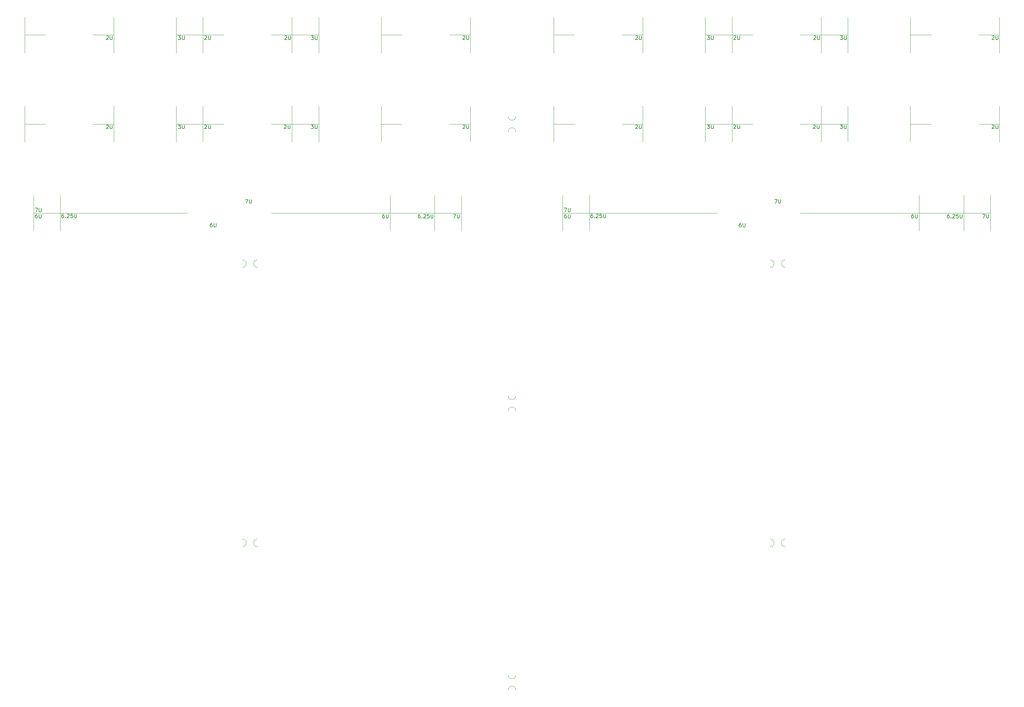
<source format=gto>
G04 #@! TF.GenerationSoftware,KiCad,Pcbnew,(5.1.10)-1*
G04 #@! TF.CreationDate,2021-07-13T17:10:59+02:00*
G04 #@! TF.ProjectId,stab_tester,73746162-5f74-4657-9374-65722e6b6963,rev?*
G04 #@! TF.SameCoordinates,Original*
G04 #@! TF.FileFunction,Legend,Top*
G04 #@! TF.FilePolarity,Positive*
%FSLAX46Y46*%
G04 Gerber Fmt 4.6, Leading zero omitted, Abs format (unit mm)*
G04 Created by KiCad (PCBNEW (5.1.10)-1) date 2021-07-13 17:10:59*
%MOMM*%
%LPD*%
G01*
G04 APERTURE LIST*
%ADD10C,0.150000*%
%ADD11C,0.120000*%
%ADD12C,0.100000*%
G04 APERTURE END LIST*
D10*
X237103476Y-73810869D02*
X237151095Y-73763250D01*
X237246333Y-73715630D01*
X237484428Y-73715630D01*
X237579666Y-73763250D01*
X237627285Y-73810869D01*
X237674904Y-73906107D01*
X237674904Y-74001345D01*
X237627285Y-74144202D01*
X237055857Y-74715630D01*
X237674904Y-74715630D01*
X238103476Y-73715630D02*
X238103476Y-74525154D01*
X238151095Y-74620392D01*
X238198714Y-74668011D01*
X238293952Y-74715630D01*
X238484428Y-74715630D01*
X238579666Y-74668011D01*
X238627285Y-74620392D01*
X238674904Y-74525154D01*
X238674904Y-73715630D01*
X247993357Y-93640630D02*
X248660023Y-93640630D01*
X248231452Y-94640630D01*
X249040976Y-93640630D02*
X249040976Y-94450154D01*
X249088595Y-94545392D01*
X249136214Y-94593011D01*
X249231452Y-94640630D01*
X249421928Y-94640630D01*
X249517166Y-94593011D01*
X249564785Y-94545392D01*
X249612404Y-94450154D01*
X249612404Y-93640630D01*
X237103476Y-49998369D02*
X237151095Y-49950750D01*
X237246333Y-49903130D01*
X237484428Y-49903130D01*
X237579666Y-49950750D01*
X237627285Y-49998369D01*
X237674904Y-50093607D01*
X237674904Y-50188845D01*
X237627285Y-50331702D01*
X237055857Y-50903130D01*
X237674904Y-50903130D01*
X238103476Y-49903130D02*
X238103476Y-50712654D01*
X238151095Y-50807892D01*
X238198714Y-50855511D01*
X238293952Y-50903130D01*
X238484428Y-50903130D01*
X238579666Y-50855511D01*
X238627285Y-50807892D01*
X238674904Y-50712654D01*
X238674904Y-49903130D01*
X285079666Y-97609380D02*
X284889190Y-97609380D01*
X284793952Y-97657000D01*
X284746333Y-97704619D01*
X284651095Y-97847476D01*
X284603476Y-98037952D01*
X284603476Y-98418904D01*
X284651095Y-98514142D01*
X284698714Y-98561761D01*
X284793952Y-98609380D01*
X284984428Y-98609380D01*
X285079666Y-98561761D01*
X285127285Y-98514142D01*
X285174904Y-98418904D01*
X285174904Y-98180809D01*
X285127285Y-98085571D01*
X285079666Y-98037952D01*
X284984428Y-97990333D01*
X284793952Y-97990333D01*
X284698714Y-98037952D01*
X284651095Y-98085571D01*
X284603476Y-98180809D01*
X285603476Y-97609380D02*
X285603476Y-98418904D01*
X285651095Y-98514142D01*
X285698714Y-98561761D01*
X285793952Y-98609380D01*
X285984428Y-98609380D01*
X286079666Y-98561761D01*
X286127285Y-98514142D01*
X286174904Y-98418904D01*
X286174904Y-97609380D01*
X258353476Y-73810869D02*
X258401095Y-73763250D01*
X258496333Y-73715630D01*
X258734428Y-73715630D01*
X258829666Y-73763250D01*
X258877285Y-73810869D01*
X258924904Y-73906107D01*
X258924904Y-74001345D01*
X258877285Y-74144202D01*
X258305857Y-74715630D01*
X258924904Y-74715630D01*
X259353476Y-73715630D02*
X259353476Y-74525154D01*
X259401095Y-74620392D01*
X259448714Y-74668011D01*
X259543952Y-74715630D01*
X259734428Y-74715630D01*
X259829666Y-74668011D01*
X259877285Y-74620392D01*
X259924904Y-74525154D01*
X259924904Y-73715630D01*
X265555857Y-73715630D02*
X266174904Y-73715630D01*
X265841571Y-74096583D01*
X265984428Y-74096583D01*
X266079666Y-74144202D01*
X266127285Y-74191821D01*
X266174904Y-74287059D01*
X266174904Y-74525154D01*
X266127285Y-74620392D01*
X266079666Y-74668011D01*
X265984428Y-74715630D01*
X265698714Y-74715630D01*
X265603476Y-74668011D01*
X265555857Y-74620392D01*
X266603476Y-73715630D02*
X266603476Y-74525154D01*
X266651095Y-74620392D01*
X266698714Y-74668011D01*
X266793952Y-74715630D01*
X266984428Y-74715630D01*
X267079666Y-74668011D01*
X267127285Y-74620392D01*
X267174904Y-74525154D01*
X267174904Y-73715630D01*
X192329666Y-97609380D02*
X192139190Y-97609380D01*
X192043952Y-97657000D01*
X191996333Y-97704619D01*
X191901095Y-97847476D01*
X191853476Y-98037952D01*
X191853476Y-98418904D01*
X191901095Y-98514142D01*
X191948714Y-98561761D01*
X192043952Y-98609380D01*
X192234428Y-98609380D01*
X192329666Y-98561761D01*
X192377285Y-98514142D01*
X192424904Y-98418904D01*
X192424904Y-98180809D01*
X192377285Y-98085571D01*
X192329666Y-98037952D01*
X192234428Y-97990333D01*
X192043952Y-97990333D01*
X191948714Y-98037952D01*
X191901095Y-98085571D01*
X191853476Y-98180809D01*
X192853476Y-97609380D02*
X192853476Y-98418904D01*
X192901095Y-98514142D01*
X192948714Y-98561761D01*
X193043952Y-98609380D01*
X193234428Y-98609380D01*
X193329666Y-98561761D01*
X193377285Y-98514142D01*
X193424904Y-98418904D01*
X193424904Y-97609380D01*
X306103476Y-49998369D02*
X306151095Y-49950750D01*
X306246333Y-49903130D01*
X306484428Y-49903130D01*
X306579666Y-49950750D01*
X306627285Y-49998369D01*
X306674904Y-50093607D01*
X306674904Y-50188845D01*
X306627285Y-50331702D01*
X306055857Y-50903130D01*
X306674904Y-50903130D01*
X307103476Y-49903130D02*
X307103476Y-50712654D01*
X307151095Y-50807892D01*
X307198714Y-50855511D01*
X307293952Y-50903130D01*
X307484428Y-50903130D01*
X307579666Y-50855511D01*
X307627285Y-50807892D01*
X307674904Y-50712654D01*
X307674904Y-49903130D01*
X199389190Y-97528130D02*
X199198714Y-97528130D01*
X199103476Y-97575750D01*
X199055857Y-97623369D01*
X198960619Y-97766226D01*
X198913000Y-97956702D01*
X198913000Y-98337654D01*
X198960619Y-98432892D01*
X199008238Y-98480511D01*
X199103476Y-98528130D01*
X199293952Y-98528130D01*
X199389190Y-98480511D01*
X199436809Y-98432892D01*
X199484428Y-98337654D01*
X199484428Y-98099559D01*
X199436809Y-98004321D01*
X199389190Y-97956702D01*
X199293952Y-97909083D01*
X199103476Y-97909083D01*
X199008238Y-97956702D01*
X198960619Y-98004321D01*
X198913000Y-98099559D01*
X199913000Y-98432892D02*
X199960619Y-98480511D01*
X199913000Y-98528130D01*
X199865380Y-98480511D01*
X199913000Y-98432892D01*
X199913000Y-98528130D01*
X200341571Y-97623369D02*
X200389190Y-97575750D01*
X200484428Y-97528130D01*
X200722523Y-97528130D01*
X200817761Y-97575750D01*
X200865380Y-97623369D01*
X200913000Y-97718607D01*
X200913000Y-97813845D01*
X200865380Y-97956702D01*
X200293952Y-98528130D01*
X200913000Y-98528130D01*
X201817761Y-97528130D02*
X201341571Y-97528130D01*
X201293952Y-98004321D01*
X201341571Y-97956702D01*
X201436809Y-97909083D01*
X201674904Y-97909083D01*
X201770142Y-97956702D01*
X201817761Y-98004321D01*
X201865380Y-98099559D01*
X201865380Y-98337654D01*
X201817761Y-98432892D01*
X201770142Y-98480511D01*
X201674904Y-98528130D01*
X201436809Y-98528130D01*
X201341571Y-98480511D01*
X201293952Y-98432892D01*
X202293952Y-97528130D02*
X202293952Y-98337654D01*
X202341571Y-98432892D01*
X202389190Y-98480511D01*
X202484428Y-98528130D01*
X202674904Y-98528130D01*
X202770142Y-98480511D01*
X202817761Y-98432892D01*
X202865380Y-98337654D01*
X202865380Y-97528130D01*
X294639190Y-97609380D02*
X294448714Y-97609380D01*
X294353476Y-97657000D01*
X294305857Y-97704619D01*
X294210619Y-97847476D01*
X294163000Y-98037952D01*
X294163000Y-98418904D01*
X294210619Y-98514142D01*
X294258238Y-98561761D01*
X294353476Y-98609380D01*
X294543952Y-98609380D01*
X294639190Y-98561761D01*
X294686809Y-98514142D01*
X294734428Y-98418904D01*
X294734428Y-98180809D01*
X294686809Y-98085571D01*
X294639190Y-98037952D01*
X294543952Y-97990333D01*
X294353476Y-97990333D01*
X294258238Y-98037952D01*
X294210619Y-98085571D01*
X294163000Y-98180809D01*
X295163000Y-98514142D02*
X295210619Y-98561761D01*
X295163000Y-98609380D01*
X295115380Y-98561761D01*
X295163000Y-98514142D01*
X295163000Y-98609380D01*
X295591571Y-97704619D02*
X295639190Y-97657000D01*
X295734428Y-97609380D01*
X295972523Y-97609380D01*
X296067761Y-97657000D01*
X296115380Y-97704619D01*
X296163000Y-97799857D01*
X296163000Y-97895095D01*
X296115380Y-98037952D01*
X295543952Y-98609380D01*
X296163000Y-98609380D01*
X297067761Y-97609380D02*
X296591571Y-97609380D01*
X296543952Y-98085571D01*
X296591571Y-98037952D01*
X296686809Y-97990333D01*
X296924904Y-97990333D01*
X297020142Y-98037952D01*
X297067761Y-98085571D01*
X297115380Y-98180809D01*
X297115380Y-98418904D01*
X297067761Y-98514142D01*
X297020142Y-98561761D01*
X296924904Y-98609380D01*
X296686809Y-98609380D01*
X296591571Y-98561761D01*
X296543952Y-98514142D01*
X297543952Y-97609380D02*
X297543952Y-98418904D01*
X297591571Y-98514142D01*
X297639190Y-98561761D01*
X297734428Y-98609380D01*
X297924904Y-98609380D01*
X298020142Y-98561761D01*
X298067761Y-98514142D01*
X298115380Y-98418904D01*
X298115380Y-97609380D01*
X191805857Y-95940630D02*
X192472523Y-95940630D01*
X192043952Y-96940630D01*
X192853476Y-95940630D02*
X192853476Y-96750154D01*
X192901095Y-96845392D01*
X192948714Y-96893011D01*
X193043952Y-96940630D01*
X193234428Y-96940630D01*
X193329666Y-96893011D01*
X193377285Y-96845392D01*
X193424904Y-96750154D01*
X193424904Y-95940630D01*
X210853476Y-49998369D02*
X210901095Y-49950750D01*
X210996333Y-49903130D01*
X211234428Y-49903130D01*
X211329666Y-49950750D01*
X211377285Y-49998369D01*
X211424904Y-50093607D01*
X211424904Y-50188845D01*
X211377285Y-50331702D01*
X210805857Y-50903130D01*
X211424904Y-50903130D01*
X211853476Y-49903130D02*
X211853476Y-50712654D01*
X211901095Y-50807892D01*
X211948714Y-50855511D01*
X212043952Y-50903130D01*
X212234428Y-50903130D01*
X212329666Y-50855511D01*
X212377285Y-50807892D01*
X212424904Y-50712654D01*
X212424904Y-49903130D01*
X210853476Y-73810869D02*
X210901095Y-73763250D01*
X210996333Y-73715630D01*
X211234428Y-73715630D01*
X211329666Y-73763250D01*
X211377285Y-73810869D01*
X211424904Y-73906107D01*
X211424904Y-74001345D01*
X211377285Y-74144202D01*
X210805857Y-74715630D01*
X211424904Y-74715630D01*
X211853476Y-73715630D02*
X211853476Y-74525154D01*
X211901095Y-74620392D01*
X211948714Y-74668011D01*
X212043952Y-74715630D01*
X212234428Y-74715630D01*
X212329666Y-74668011D01*
X212377285Y-74620392D01*
X212424904Y-74525154D01*
X212424904Y-73715630D01*
X230055857Y-49903130D02*
X230674904Y-49903130D01*
X230341571Y-50284083D01*
X230484428Y-50284083D01*
X230579666Y-50331702D01*
X230627285Y-50379321D01*
X230674904Y-50474559D01*
X230674904Y-50712654D01*
X230627285Y-50807892D01*
X230579666Y-50855511D01*
X230484428Y-50903130D01*
X230198714Y-50903130D01*
X230103476Y-50855511D01*
X230055857Y-50807892D01*
X231103476Y-49903130D02*
X231103476Y-50712654D01*
X231151095Y-50807892D01*
X231198714Y-50855511D01*
X231293952Y-50903130D01*
X231484428Y-50903130D01*
X231579666Y-50855511D01*
X231627285Y-50807892D01*
X231674904Y-50712654D01*
X231674904Y-49903130D01*
X239042166Y-99990630D02*
X238851690Y-99990630D01*
X238756452Y-100038250D01*
X238708833Y-100085869D01*
X238613595Y-100228726D01*
X238565976Y-100419202D01*
X238565976Y-100800154D01*
X238613595Y-100895392D01*
X238661214Y-100943011D01*
X238756452Y-100990630D01*
X238946928Y-100990630D01*
X239042166Y-100943011D01*
X239089785Y-100895392D01*
X239137404Y-100800154D01*
X239137404Y-100562059D01*
X239089785Y-100466821D01*
X239042166Y-100419202D01*
X238946928Y-100371583D01*
X238756452Y-100371583D01*
X238661214Y-100419202D01*
X238613595Y-100466821D01*
X238565976Y-100562059D01*
X239565976Y-99990630D02*
X239565976Y-100800154D01*
X239613595Y-100895392D01*
X239661214Y-100943011D01*
X239756452Y-100990630D01*
X239946928Y-100990630D01*
X240042166Y-100943011D01*
X240089785Y-100895392D01*
X240137404Y-100800154D01*
X240137404Y-99990630D01*
X306103476Y-73810869D02*
X306151095Y-73763250D01*
X306246333Y-73715630D01*
X306484428Y-73715630D01*
X306579666Y-73763250D01*
X306627285Y-73810869D01*
X306674904Y-73906107D01*
X306674904Y-74001345D01*
X306627285Y-74144202D01*
X306055857Y-74715630D01*
X306674904Y-74715630D01*
X307103476Y-73715630D02*
X307103476Y-74525154D01*
X307151095Y-74620392D01*
X307198714Y-74668011D01*
X307293952Y-74715630D01*
X307484428Y-74715630D01*
X307579666Y-74668011D01*
X307627285Y-74620392D01*
X307674904Y-74525154D01*
X307674904Y-73715630D01*
X258478476Y-49998369D02*
X258526095Y-49950750D01*
X258621333Y-49903130D01*
X258859428Y-49903130D01*
X258954666Y-49950750D01*
X259002285Y-49998369D01*
X259049904Y-50093607D01*
X259049904Y-50188845D01*
X259002285Y-50331702D01*
X258430857Y-50903130D01*
X259049904Y-50903130D01*
X259478476Y-49903130D02*
X259478476Y-50712654D01*
X259526095Y-50807892D01*
X259573714Y-50855511D01*
X259668952Y-50903130D01*
X259859428Y-50903130D01*
X259954666Y-50855511D01*
X260002285Y-50807892D01*
X260049904Y-50712654D01*
X260049904Y-49903130D01*
X265574607Y-49903130D02*
X266193654Y-49903130D01*
X265860321Y-50284083D01*
X266003178Y-50284083D01*
X266098416Y-50331702D01*
X266146035Y-50379321D01*
X266193654Y-50474559D01*
X266193654Y-50712654D01*
X266146035Y-50807892D01*
X266098416Y-50855511D01*
X266003178Y-50903130D01*
X265717464Y-50903130D01*
X265622226Y-50855511D01*
X265574607Y-50807892D01*
X266622226Y-49903130D02*
X266622226Y-50712654D01*
X266669845Y-50807892D01*
X266717464Y-50855511D01*
X266812702Y-50903130D01*
X267003178Y-50903130D01*
X267098416Y-50855511D01*
X267146035Y-50807892D01*
X267193654Y-50712654D01*
X267193654Y-49903130D01*
X230055857Y-73715630D02*
X230674904Y-73715630D01*
X230341571Y-74096583D01*
X230484428Y-74096583D01*
X230579666Y-74144202D01*
X230627285Y-74191821D01*
X230674904Y-74287059D01*
X230674904Y-74525154D01*
X230627285Y-74620392D01*
X230579666Y-74668011D01*
X230484428Y-74715630D01*
X230198714Y-74715630D01*
X230103476Y-74668011D01*
X230055857Y-74620392D01*
X231103476Y-73715630D02*
X231103476Y-74525154D01*
X231151095Y-74620392D01*
X231198714Y-74668011D01*
X231293952Y-74715630D01*
X231484428Y-74715630D01*
X231579666Y-74668011D01*
X231627285Y-74620392D01*
X231674904Y-74525154D01*
X231674904Y-73715630D01*
X303555857Y-97609380D02*
X304222523Y-97609380D01*
X303793952Y-98609380D01*
X304603476Y-97609380D02*
X304603476Y-98418904D01*
X304651095Y-98514142D01*
X304698714Y-98561761D01*
X304793952Y-98609380D01*
X304984428Y-98609380D01*
X305079666Y-98561761D01*
X305127285Y-98514142D01*
X305174904Y-98418904D01*
X305174904Y-97609380D01*
D11*
X305688000Y-97282000D02*
X305688000Y-102044500D01*
X236631750Y-44894500D02*
X236631750Y-54419500D01*
X284256750Y-49657000D02*
X289813000Y-49657000D01*
X189006750Y-73469500D02*
X194563000Y-73469500D01*
X260444250Y-68707000D02*
X260444250Y-78232000D01*
X308069250Y-49657000D02*
X302513000Y-49657000D01*
X254888000Y-97282000D02*
X305688000Y-97282000D01*
X236631750Y-68707000D02*
X236631750Y-78232000D01*
X308069250Y-68707000D02*
X308069250Y-78232000D01*
X189006750Y-49657000D02*
X194563000Y-49657000D01*
X267588000Y-73469500D02*
X254888000Y-73469500D01*
X212819250Y-44894500D02*
X212819250Y-54419500D01*
X267588000Y-49657000D02*
X262031750Y-49657000D01*
X212819250Y-68707000D02*
X212819250Y-78232000D01*
X308069250Y-73469500D02*
X302513000Y-73469500D01*
X267588000Y-44894500D02*
X267588000Y-54419500D01*
X189006750Y-44894500D02*
X189006750Y-54419500D01*
X198531750Y-97282000D02*
X198531750Y-102044500D01*
X286638000Y-97282000D02*
X286638000Y-92519500D01*
X260444250Y-49657000D02*
X254888000Y-49657000D01*
X212819250Y-49657000D02*
X207263000Y-49657000D01*
X262031750Y-49657000D02*
X260444250Y-49657000D01*
X284256750Y-44894500D02*
X284256750Y-54419500D01*
X284256750Y-73469500D02*
X289813000Y-73469500D01*
X260444250Y-44894500D02*
X260444250Y-54419500D01*
X298544250Y-97282000D02*
X298544250Y-102044500D01*
X284256750Y-68707000D02*
X284256750Y-78232000D01*
X229488000Y-73469500D02*
X242188000Y-73469500D01*
X229488000Y-68707000D02*
X229488000Y-78232000D01*
X267588000Y-68707000D02*
X267588000Y-78232000D01*
X212819250Y-73469500D02*
X207263000Y-73469500D01*
X191388000Y-97282000D02*
X191388000Y-92519500D01*
X229488000Y-49657000D02*
X242188000Y-49657000D01*
X286638000Y-97282000D02*
X286638000Y-102044500D01*
X298544250Y-97282000D02*
X298544250Y-92519500D01*
X305688000Y-97282000D02*
X305688000Y-92519500D01*
X198531750Y-97282000D02*
X198531750Y-92519500D01*
X229488000Y-44894500D02*
X229488000Y-54419500D01*
X189006750Y-68707000D02*
X189006750Y-73469500D01*
X191388000Y-97282000D02*
X191388000Y-102044500D01*
X191388000Y-97282000D02*
X232663000Y-97282000D01*
X189006750Y-73469500D02*
X189006750Y-78232000D01*
X308069250Y-44894500D02*
X308069250Y-54419500D01*
D10*
X106643357Y-93640630D02*
X107310023Y-93640630D01*
X106881452Y-94640630D01*
X107690976Y-93640630D02*
X107690976Y-94450154D01*
X107738595Y-94545392D01*
X107786214Y-94593011D01*
X107881452Y-94640630D01*
X108071928Y-94640630D01*
X108167166Y-94593011D01*
X108214785Y-94545392D01*
X108262404Y-94450154D01*
X108262404Y-93640630D01*
X97692166Y-99990630D02*
X97501690Y-99990630D01*
X97406452Y-100038250D01*
X97358833Y-100085869D01*
X97263595Y-100228726D01*
X97215976Y-100419202D01*
X97215976Y-100800154D01*
X97263595Y-100895392D01*
X97311214Y-100943011D01*
X97406452Y-100990630D01*
X97596928Y-100990630D01*
X97692166Y-100943011D01*
X97739785Y-100895392D01*
X97787404Y-100800154D01*
X97787404Y-100562059D01*
X97739785Y-100466821D01*
X97692166Y-100419202D01*
X97596928Y-100371583D01*
X97406452Y-100371583D01*
X97311214Y-100419202D01*
X97263595Y-100466821D01*
X97215976Y-100562059D01*
X98215976Y-99990630D02*
X98215976Y-100800154D01*
X98263595Y-100895392D01*
X98311214Y-100943011D01*
X98406452Y-100990630D01*
X98596928Y-100990630D01*
X98692166Y-100943011D01*
X98739785Y-100895392D01*
X98787404Y-100800154D01*
X98787404Y-99990630D01*
D11*
X88138000Y-49657000D02*
X100838000Y-49657000D01*
X88138000Y-44894500D02*
X88138000Y-54419500D01*
X95281750Y-44894500D02*
X95281750Y-54419500D01*
D10*
X88705857Y-49903130D02*
X89324904Y-49903130D01*
X88991571Y-50284083D01*
X89134428Y-50284083D01*
X89229666Y-50331702D01*
X89277285Y-50379321D01*
X89324904Y-50474559D01*
X89324904Y-50712654D01*
X89277285Y-50807892D01*
X89229666Y-50855511D01*
X89134428Y-50903130D01*
X88848714Y-50903130D01*
X88753476Y-50855511D01*
X88705857Y-50807892D01*
X89753476Y-49903130D02*
X89753476Y-50712654D01*
X89801095Y-50807892D01*
X89848714Y-50855511D01*
X89943952Y-50903130D01*
X90134428Y-50903130D01*
X90229666Y-50855511D01*
X90277285Y-50807892D01*
X90324904Y-50712654D01*
X90324904Y-49903130D01*
X95753476Y-49998369D02*
X95801095Y-49950750D01*
X95896333Y-49903130D01*
X96134428Y-49903130D01*
X96229666Y-49950750D01*
X96277285Y-49998369D01*
X96324904Y-50093607D01*
X96324904Y-50188845D01*
X96277285Y-50331702D01*
X95705857Y-50903130D01*
X96324904Y-50903130D01*
X96753476Y-49903130D02*
X96753476Y-50712654D01*
X96801095Y-50807892D01*
X96848714Y-50855511D01*
X96943952Y-50903130D01*
X97134428Y-50903130D01*
X97229666Y-50855511D01*
X97277285Y-50807892D01*
X97324904Y-50712654D01*
X97324904Y-49903130D01*
D11*
X120681750Y-49657000D02*
X119094250Y-49657000D01*
X71469250Y-73469500D02*
X65913000Y-73469500D01*
X71469250Y-68707000D02*
X71469250Y-78232000D01*
D10*
X69503476Y-73810869D02*
X69551095Y-73763250D01*
X69646333Y-73715630D01*
X69884428Y-73715630D01*
X69979666Y-73763250D01*
X70027285Y-73810869D01*
X70074904Y-73906107D01*
X70074904Y-74001345D01*
X70027285Y-74144202D01*
X69455857Y-74715630D01*
X70074904Y-74715630D01*
X70503476Y-73715630D02*
X70503476Y-74525154D01*
X70551095Y-74620392D01*
X70598714Y-74668011D01*
X70693952Y-74715630D01*
X70884428Y-74715630D01*
X70979666Y-74668011D01*
X71027285Y-74620392D01*
X71074904Y-74525154D01*
X71074904Y-73715630D01*
D11*
X71469250Y-49657000D02*
X65913000Y-49657000D01*
X71469250Y-44894500D02*
X71469250Y-54419500D01*
D10*
X69503476Y-49998369D02*
X69551095Y-49950750D01*
X69646333Y-49903130D01*
X69884428Y-49903130D01*
X69979666Y-49950750D01*
X70027285Y-49998369D01*
X70074904Y-50093607D01*
X70074904Y-50188845D01*
X70027285Y-50331702D01*
X69455857Y-50903130D01*
X70074904Y-50903130D01*
X70503476Y-49903130D02*
X70503476Y-50712654D01*
X70551095Y-50807892D01*
X70598714Y-50855511D01*
X70693952Y-50903130D01*
X70884428Y-50903130D01*
X70979666Y-50855511D01*
X71027285Y-50807892D01*
X71074904Y-50712654D01*
X71074904Y-49903130D01*
D11*
X119094250Y-49657000D02*
X113538000Y-49657000D01*
X119094250Y-44894500D02*
X119094250Y-54419500D01*
D10*
X117128476Y-49998369D02*
X117176095Y-49950750D01*
X117271333Y-49903130D01*
X117509428Y-49903130D01*
X117604666Y-49950750D01*
X117652285Y-49998369D01*
X117699904Y-50093607D01*
X117699904Y-50188845D01*
X117652285Y-50331702D01*
X117080857Y-50903130D01*
X117699904Y-50903130D01*
X118128476Y-49903130D02*
X118128476Y-50712654D01*
X118176095Y-50807892D01*
X118223714Y-50855511D01*
X118318952Y-50903130D01*
X118509428Y-50903130D01*
X118604666Y-50855511D01*
X118652285Y-50807892D01*
X118699904Y-50712654D01*
X118699904Y-49903130D01*
D11*
X126238000Y-49657000D02*
X120681750Y-49657000D01*
X126238000Y-44894500D02*
X126238000Y-54419500D01*
D10*
X124224607Y-49903130D02*
X124843654Y-49903130D01*
X124510321Y-50284083D01*
X124653178Y-50284083D01*
X124748416Y-50331702D01*
X124796035Y-50379321D01*
X124843654Y-50474559D01*
X124843654Y-50712654D01*
X124796035Y-50807892D01*
X124748416Y-50855511D01*
X124653178Y-50903130D01*
X124367464Y-50903130D01*
X124272226Y-50855511D01*
X124224607Y-50807892D01*
X125272226Y-49903130D02*
X125272226Y-50712654D01*
X125319845Y-50807892D01*
X125367464Y-50855511D01*
X125462702Y-50903130D01*
X125653178Y-50903130D01*
X125748416Y-50855511D01*
X125796035Y-50807892D01*
X125843654Y-50712654D01*
X125843654Y-49903130D01*
D11*
X166719250Y-49657000D02*
X161163000Y-49657000D01*
X166719250Y-44894500D02*
X166719250Y-54419500D01*
D10*
X164753476Y-49998369D02*
X164801095Y-49950750D01*
X164896333Y-49903130D01*
X165134428Y-49903130D01*
X165229666Y-49950750D01*
X165277285Y-49998369D01*
X165324904Y-50093607D01*
X165324904Y-50188845D01*
X165277285Y-50331702D01*
X164705857Y-50903130D01*
X165324904Y-50903130D01*
X165753476Y-49903130D02*
X165753476Y-50712654D01*
X165801095Y-50807892D01*
X165848714Y-50855511D01*
X165943952Y-50903130D01*
X166134428Y-50903130D01*
X166229666Y-50855511D01*
X166277285Y-50807892D01*
X166324904Y-50712654D01*
X166324904Y-49903130D01*
D11*
X47656750Y-73469500D02*
X53213000Y-73469500D01*
X88138000Y-73469500D02*
X100838000Y-73469500D01*
X126238000Y-73469500D02*
X113538000Y-73469500D01*
X142906750Y-73469500D02*
X148463000Y-73469500D01*
X166719250Y-73469500D02*
X161163000Y-73469500D01*
X142906750Y-49657000D02*
X148463000Y-49657000D01*
X47656750Y-49657000D02*
X53213000Y-49657000D01*
X47656750Y-44894500D02*
X47656750Y-54419500D01*
X142906750Y-44894500D02*
X142906750Y-54419500D01*
X166719250Y-68707000D02*
X166719250Y-78232000D01*
X142906750Y-68707000D02*
X142906750Y-78232000D01*
X126238000Y-68707000D02*
X126238000Y-78232000D01*
X119094250Y-68707000D02*
X119094250Y-78232000D01*
X95281750Y-68707000D02*
X95281750Y-78232000D01*
X88138000Y-68707000D02*
X88138000Y-78232000D01*
X47656750Y-73469500D02*
X47656750Y-78232000D01*
X47656750Y-68707000D02*
X47656750Y-73469500D01*
X164338000Y-97282000D02*
X164338000Y-92519500D01*
X157194250Y-97282000D02*
X157194250Y-92519500D01*
X145288000Y-97282000D02*
X145288000Y-92519500D01*
X145288000Y-97282000D02*
X145288000Y-102044500D01*
X157194250Y-97282000D02*
X157194250Y-102044500D01*
X164338000Y-97282000D02*
X164338000Y-102044500D01*
X113538000Y-97282000D02*
X164338000Y-97282000D01*
X50038000Y-97282000D02*
X91313000Y-97282000D01*
X57181750Y-97282000D02*
X57181750Y-102044500D01*
X50038000Y-97282000D02*
X50038000Y-102044500D01*
X50038000Y-97282000D02*
X50038000Y-92519500D01*
X57181750Y-97282000D02*
X57181750Y-92519500D01*
D10*
X50455857Y-95940630D02*
X51122523Y-95940630D01*
X50693952Y-96940630D01*
X51503476Y-95940630D02*
X51503476Y-96750154D01*
X51551095Y-96845392D01*
X51598714Y-96893011D01*
X51693952Y-96940630D01*
X51884428Y-96940630D01*
X51979666Y-96893011D01*
X52027285Y-96845392D01*
X52074904Y-96750154D01*
X52074904Y-95940630D01*
X58039190Y-97528130D02*
X57848714Y-97528130D01*
X57753476Y-97575750D01*
X57705857Y-97623369D01*
X57610619Y-97766226D01*
X57563000Y-97956702D01*
X57563000Y-98337654D01*
X57610619Y-98432892D01*
X57658238Y-98480511D01*
X57753476Y-98528130D01*
X57943952Y-98528130D01*
X58039190Y-98480511D01*
X58086809Y-98432892D01*
X58134428Y-98337654D01*
X58134428Y-98099559D01*
X58086809Y-98004321D01*
X58039190Y-97956702D01*
X57943952Y-97909083D01*
X57753476Y-97909083D01*
X57658238Y-97956702D01*
X57610619Y-98004321D01*
X57563000Y-98099559D01*
X58563000Y-98432892D02*
X58610619Y-98480511D01*
X58563000Y-98528130D01*
X58515380Y-98480511D01*
X58563000Y-98432892D01*
X58563000Y-98528130D01*
X58991571Y-97623369D02*
X59039190Y-97575750D01*
X59134428Y-97528130D01*
X59372523Y-97528130D01*
X59467761Y-97575750D01*
X59515380Y-97623369D01*
X59563000Y-97718607D01*
X59563000Y-97813845D01*
X59515380Y-97956702D01*
X58943952Y-98528130D01*
X59563000Y-98528130D01*
X60467761Y-97528130D02*
X59991571Y-97528130D01*
X59943952Y-98004321D01*
X59991571Y-97956702D01*
X60086809Y-97909083D01*
X60324904Y-97909083D01*
X60420142Y-97956702D01*
X60467761Y-98004321D01*
X60515380Y-98099559D01*
X60515380Y-98337654D01*
X60467761Y-98432892D01*
X60420142Y-98480511D01*
X60324904Y-98528130D01*
X60086809Y-98528130D01*
X59991571Y-98480511D01*
X59943952Y-98432892D01*
X60943952Y-97528130D02*
X60943952Y-98337654D01*
X60991571Y-98432892D01*
X61039190Y-98480511D01*
X61134428Y-98528130D01*
X61324904Y-98528130D01*
X61420142Y-98480511D01*
X61467761Y-98432892D01*
X61515380Y-98337654D01*
X61515380Y-97528130D01*
X50979666Y-97609380D02*
X50789190Y-97609380D01*
X50693952Y-97657000D01*
X50646333Y-97704619D01*
X50551095Y-97847476D01*
X50503476Y-98037952D01*
X50503476Y-98418904D01*
X50551095Y-98514142D01*
X50598714Y-98561761D01*
X50693952Y-98609380D01*
X50884428Y-98609380D01*
X50979666Y-98561761D01*
X51027285Y-98514142D01*
X51074904Y-98418904D01*
X51074904Y-98180809D01*
X51027285Y-98085571D01*
X50979666Y-98037952D01*
X50884428Y-97990333D01*
X50693952Y-97990333D01*
X50598714Y-98037952D01*
X50551095Y-98085571D01*
X50503476Y-98180809D01*
X51503476Y-97609380D02*
X51503476Y-98418904D01*
X51551095Y-98514142D01*
X51598714Y-98561761D01*
X51693952Y-98609380D01*
X51884428Y-98609380D01*
X51979666Y-98561761D01*
X52027285Y-98514142D01*
X52074904Y-98418904D01*
X52074904Y-97609380D01*
X88705857Y-73715630D02*
X89324904Y-73715630D01*
X88991571Y-74096583D01*
X89134428Y-74096583D01*
X89229666Y-74144202D01*
X89277285Y-74191821D01*
X89324904Y-74287059D01*
X89324904Y-74525154D01*
X89277285Y-74620392D01*
X89229666Y-74668011D01*
X89134428Y-74715630D01*
X88848714Y-74715630D01*
X88753476Y-74668011D01*
X88705857Y-74620392D01*
X89753476Y-73715630D02*
X89753476Y-74525154D01*
X89801095Y-74620392D01*
X89848714Y-74668011D01*
X89943952Y-74715630D01*
X90134428Y-74715630D01*
X90229666Y-74668011D01*
X90277285Y-74620392D01*
X90324904Y-74525154D01*
X90324904Y-73715630D01*
X95753476Y-73810869D02*
X95801095Y-73763250D01*
X95896333Y-73715630D01*
X96134428Y-73715630D01*
X96229666Y-73763250D01*
X96277285Y-73810869D01*
X96324904Y-73906107D01*
X96324904Y-74001345D01*
X96277285Y-74144202D01*
X95705857Y-74715630D01*
X96324904Y-74715630D01*
X96753476Y-73715630D02*
X96753476Y-74525154D01*
X96801095Y-74620392D01*
X96848714Y-74668011D01*
X96943952Y-74715630D01*
X97134428Y-74715630D01*
X97229666Y-74668011D01*
X97277285Y-74620392D01*
X97324904Y-74525154D01*
X97324904Y-73715630D01*
X124205857Y-73715630D02*
X124824904Y-73715630D01*
X124491571Y-74096583D01*
X124634428Y-74096583D01*
X124729666Y-74144202D01*
X124777285Y-74191821D01*
X124824904Y-74287059D01*
X124824904Y-74525154D01*
X124777285Y-74620392D01*
X124729666Y-74668011D01*
X124634428Y-74715630D01*
X124348714Y-74715630D01*
X124253476Y-74668011D01*
X124205857Y-74620392D01*
X125253476Y-73715630D02*
X125253476Y-74525154D01*
X125301095Y-74620392D01*
X125348714Y-74668011D01*
X125443952Y-74715630D01*
X125634428Y-74715630D01*
X125729666Y-74668011D01*
X125777285Y-74620392D01*
X125824904Y-74525154D01*
X125824904Y-73715630D01*
X117003476Y-73810869D02*
X117051095Y-73763250D01*
X117146333Y-73715630D01*
X117384428Y-73715630D01*
X117479666Y-73763250D01*
X117527285Y-73810869D01*
X117574904Y-73906107D01*
X117574904Y-74001345D01*
X117527285Y-74144202D01*
X116955857Y-74715630D01*
X117574904Y-74715630D01*
X118003476Y-73715630D02*
X118003476Y-74525154D01*
X118051095Y-74620392D01*
X118098714Y-74668011D01*
X118193952Y-74715630D01*
X118384428Y-74715630D01*
X118479666Y-74668011D01*
X118527285Y-74620392D01*
X118574904Y-74525154D01*
X118574904Y-73715630D01*
X164753476Y-73810869D02*
X164801095Y-73763250D01*
X164896333Y-73715630D01*
X165134428Y-73715630D01*
X165229666Y-73763250D01*
X165277285Y-73810869D01*
X165324904Y-73906107D01*
X165324904Y-74001345D01*
X165277285Y-74144202D01*
X164705857Y-74715630D01*
X165324904Y-74715630D01*
X165753476Y-73715630D02*
X165753476Y-74525154D01*
X165801095Y-74620392D01*
X165848714Y-74668011D01*
X165943952Y-74715630D01*
X166134428Y-74715630D01*
X166229666Y-74668011D01*
X166277285Y-74620392D01*
X166324904Y-74525154D01*
X166324904Y-73715630D01*
X143729666Y-97609380D02*
X143539190Y-97609380D01*
X143443952Y-97657000D01*
X143396333Y-97704619D01*
X143301095Y-97847476D01*
X143253476Y-98037952D01*
X143253476Y-98418904D01*
X143301095Y-98514142D01*
X143348714Y-98561761D01*
X143443952Y-98609380D01*
X143634428Y-98609380D01*
X143729666Y-98561761D01*
X143777285Y-98514142D01*
X143824904Y-98418904D01*
X143824904Y-98180809D01*
X143777285Y-98085571D01*
X143729666Y-98037952D01*
X143634428Y-97990333D01*
X143443952Y-97990333D01*
X143348714Y-98037952D01*
X143301095Y-98085571D01*
X143253476Y-98180809D01*
X144253476Y-97609380D02*
X144253476Y-98418904D01*
X144301095Y-98514142D01*
X144348714Y-98561761D01*
X144443952Y-98609380D01*
X144634428Y-98609380D01*
X144729666Y-98561761D01*
X144777285Y-98514142D01*
X144824904Y-98418904D01*
X144824904Y-97609380D01*
X153289190Y-97609380D02*
X153098714Y-97609380D01*
X153003476Y-97657000D01*
X152955857Y-97704619D01*
X152860619Y-97847476D01*
X152813000Y-98037952D01*
X152813000Y-98418904D01*
X152860619Y-98514142D01*
X152908238Y-98561761D01*
X153003476Y-98609380D01*
X153193952Y-98609380D01*
X153289190Y-98561761D01*
X153336809Y-98514142D01*
X153384428Y-98418904D01*
X153384428Y-98180809D01*
X153336809Y-98085571D01*
X153289190Y-98037952D01*
X153193952Y-97990333D01*
X153003476Y-97990333D01*
X152908238Y-98037952D01*
X152860619Y-98085571D01*
X152813000Y-98180809D01*
X153813000Y-98514142D02*
X153860619Y-98561761D01*
X153813000Y-98609380D01*
X153765380Y-98561761D01*
X153813000Y-98514142D01*
X153813000Y-98609380D01*
X154241571Y-97704619D02*
X154289190Y-97657000D01*
X154384428Y-97609380D01*
X154622523Y-97609380D01*
X154717761Y-97657000D01*
X154765380Y-97704619D01*
X154813000Y-97799857D01*
X154813000Y-97895095D01*
X154765380Y-98037952D01*
X154193952Y-98609380D01*
X154813000Y-98609380D01*
X155717761Y-97609380D02*
X155241571Y-97609380D01*
X155193952Y-98085571D01*
X155241571Y-98037952D01*
X155336809Y-97990333D01*
X155574904Y-97990333D01*
X155670142Y-98037952D01*
X155717761Y-98085571D01*
X155765380Y-98180809D01*
X155765380Y-98418904D01*
X155717761Y-98514142D01*
X155670142Y-98561761D01*
X155574904Y-98609380D01*
X155336809Y-98609380D01*
X155241571Y-98561761D01*
X155193952Y-98514142D01*
X156193952Y-97609380D02*
X156193952Y-98418904D01*
X156241571Y-98514142D01*
X156289190Y-98561761D01*
X156384428Y-98609380D01*
X156574904Y-98609380D01*
X156670142Y-98561761D01*
X156717761Y-98514142D01*
X156765380Y-98418904D01*
X156765380Y-97609380D01*
X162205857Y-97609380D02*
X162872523Y-97609380D01*
X162443952Y-98609380D01*
X163253476Y-97609380D02*
X163253476Y-98418904D01*
X163301095Y-98514142D01*
X163348714Y-98561761D01*
X163443952Y-98609380D01*
X163634428Y-98609380D01*
X163729666Y-98561761D01*
X163777285Y-98514142D01*
X163824904Y-98418904D01*
X163824904Y-97609380D01*
D12*
G04 #@! TO.C,mouse-bite-2mm-slot*
X246863001Y-186494502D02*
G75*
G03*
X246863001Y-184494502I0J1000000D01*
G01*
X250863001Y-184494502D02*
G75*
G03*
X250863001Y-186494502I0J-1000000D01*
G01*
X105863001Y-186494502D02*
G75*
G03*
X105863001Y-184494502I0J1000000D01*
G01*
X109863001Y-184494502D02*
G75*
G03*
X109863001Y-186494502I0J-1000000D01*
G01*
X250863001Y-109819502D02*
G75*
G03*
X250863001Y-111819502I0J-1000000D01*
G01*
X246863001Y-111819502D02*
G75*
G03*
X246863001Y-109819502I0J1000000D01*
G01*
X109863001Y-109819502D02*
G75*
G03*
X109863001Y-111819502I0J-1000000D01*
G01*
X105863001Y-111819502D02*
G75*
G03*
X105863001Y-109819502I0J1000000D01*
G01*
X176863000Y-71469501D02*
G75*
G03*
X178863000Y-71469501I1000000J0D01*
G01*
X178863000Y-75469501D02*
G75*
G03*
X176863000Y-75469501I-1000000J0D01*
G01*
X178863000Y-150144501D02*
G75*
G03*
X176863000Y-150144501I-1000000J0D01*
G01*
X176863000Y-146144501D02*
G75*
G03*
X178863000Y-146144501I1000000J0D01*
G01*
X178863001Y-224819502D02*
G75*
G03*
X176863001Y-224819502I-1000000J0D01*
G01*
X176863001Y-220819502D02*
G75*
G03*
X178863001Y-220819502I1000000J0D01*
G01*
G04 #@! TD*
M02*

</source>
